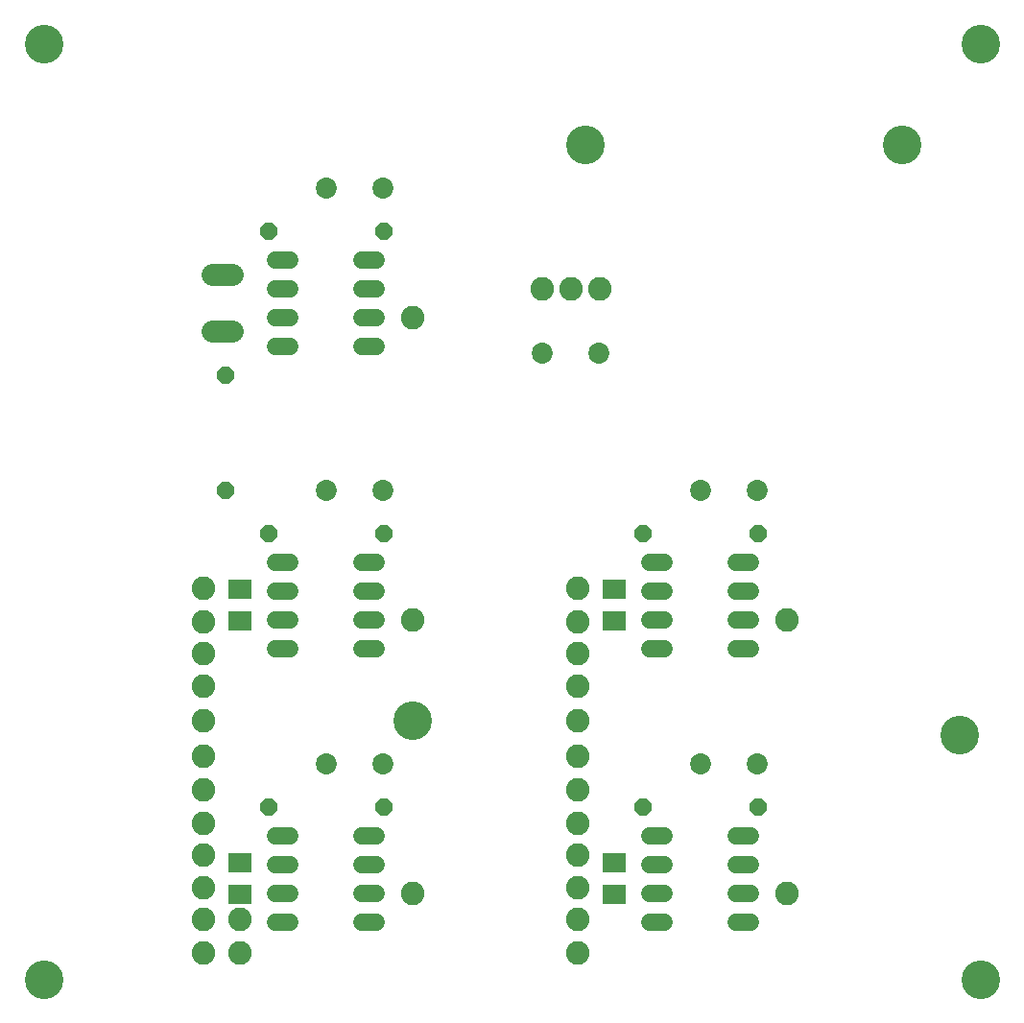
<source format=gbs>
G75*
%MOIN*%
%OFA0B0*%
%FSLAX24Y24*%
%IPPOS*%
%LPD*%
%AMOC8*
5,1,8,0,0,1.08239X$1,22.5*
%
%ADD10C,0.1340*%
%ADD11C,0.0600*%
%ADD12R,0.0789X0.0710*%
%ADD13C,0.0820*%
%ADD14OC8,0.0600*%
%ADD15C,0.0780*%
%ADD16C,0.0730*%
D10*
X002733Y002997D03*
X015533Y011997D03*
X034533Y011497D03*
X035283Y002997D03*
X032533Y031997D03*
X035283Y035497D03*
X021533Y031997D03*
X002733Y035497D03*
D11*
X010773Y027997D02*
X011293Y027997D01*
X011293Y026997D02*
X010773Y026997D01*
X010773Y025997D02*
X011293Y025997D01*
X011293Y024997D02*
X010773Y024997D01*
X013773Y024997D02*
X014293Y024997D01*
X014293Y025997D02*
X013773Y025997D01*
X013773Y026997D02*
X014293Y026997D01*
X014293Y027997D02*
X013773Y027997D01*
X013773Y017497D02*
X014293Y017497D01*
X014293Y016497D02*
X013773Y016497D01*
X013773Y015497D02*
X014293Y015497D01*
X014293Y014497D02*
X013773Y014497D01*
X011293Y014497D02*
X010773Y014497D01*
X010773Y015497D02*
X011293Y015497D01*
X011293Y016497D02*
X010773Y016497D01*
X010773Y017497D02*
X011293Y017497D01*
X011293Y007997D02*
X010773Y007997D01*
X010773Y006997D02*
X011293Y006997D01*
X011293Y005997D02*
X010773Y005997D01*
X010773Y004997D02*
X011293Y004997D01*
X013773Y004997D02*
X014293Y004997D01*
X014293Y005997D02*
X013773Y005997D01*
X013773Y006997D02*
X014293Y006997D01*
X014293Y007997D02*
X013773Y007997D01*
X023773Y007997D02*
X024293Y007997D01*
X024293Y006997D02*
X023773Y006997D01*
X023773Y005997D02*
X024293Y005997D01*
X024293Y004997D02*
X023773Y004997D01*
X026773Y004997D02*
X027293Y004997D01*
X027293Y005997D02*
X026773Y005997D01*
X026773Y006997D02*
X027293Y006997D01*
X027293Y007997D02*
X026773Y007997D01*
X026773Y014497D02*
X027293Y014497D01*
X027293Y015497D02*
X026773Y015497D01*
X026773Y016497D02*
X027293Y016497D01*
X027293Y017497D02*
X026773Y017497D01*
X024293Y017497D02*
X023773Y017497D01*
X023773Y016497D02*
X024293Y016497D01*
X024293Y015497D02*
X023773Y015497D01*
X023773Y014497D02*
X024293Y014497D01*
D12*
X022533Y015446D03*
X022533Y016548D03*
X022533Y007048D03*
X022533Y005946D03*
X009533Y005946D03*
X009533Y007048D03*
X009533Y015446D03*
X009533Y016548D03*
D13*
X008283Y016567D03*
X008283Y015427D03*
X008283Y014317D03*
X008283Y013177D03*
X008283Y011997D03*
X008283Y010747D03*
X008283Y009567D03*
X008283Y008427D03*
X008283Y007317D03*
X008283Y006177D03*
X008283Y005067D03*
X008283Y003927D03*
X009533Y003927D03*
X009533Y005067D03*
X015533Y005997D03*
X021283Y006177D03*
X021283Y005067D03*
X021283Y003927D03*
X021283Y007317D03*
X021283Y008427D03*
X021283Y009567D03*
X021283Y010747D03*
X021283Y011997D03*
X021283Y013177D03*
X021283Y014317D03*
X021283Y015427D03*
X021283Y016567D03*
X015533Y015497D03*
X015533Y025997D03*
X020033Y026997D03*
X021033Y026997D03*
X022033Y026997D03*
X028533Y015497D03*
X028533Y005997D03*
D14*
X027533Y008997D03*
X023533Y008997D03*
X014533Y008997D03*
X010533Y008997D03*
X010533Y018497D03*
X009033Y019997D03*
X009033Y023997D03*
X010533Y028997D03*
X014533Y028997D03*
X014533Y018497D03*
X023533Y018497D03*
X027533Y018497D03*
D15*
X009277Y025513D02*
X008577Y025513D01*
X008577Y027482D02*
X009277Y027482D01*
D16*
X012549Y030497D03*
X014518Y030497D03*
X020049Y024747D03*
X022018Y024747D03*
X025549Y019997D03*
X027518Y019997D03*
X027518Y010497D03*
X025549Y010497D03*
X014518Y010497D03*
X012549Y010497D03*
X012549Y019997D03*
X014518Y019997D03*
M02*

</source>
